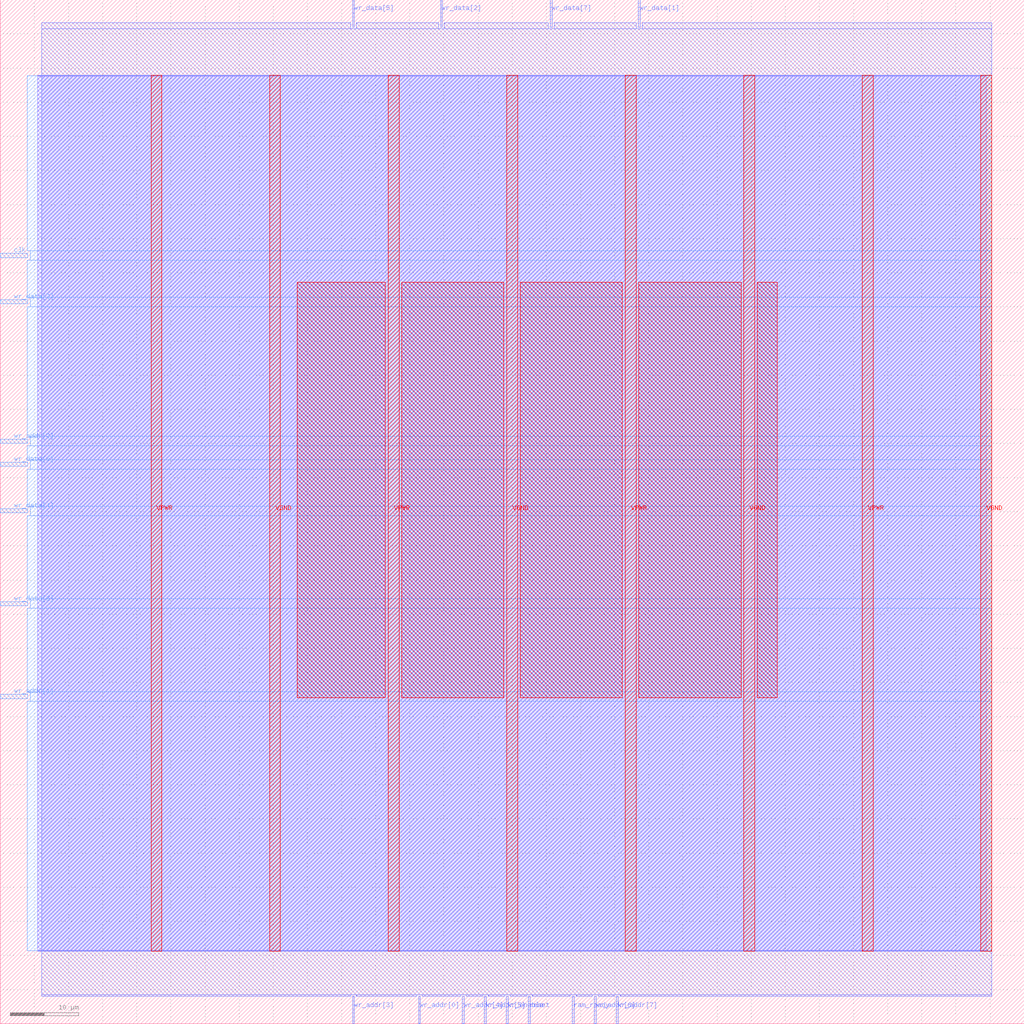
<source format=lef>
VERSION 5.7 ;
  NOWIREEXTENSIONATPIN ON ;
  DIVIDERCHAR "/" ;
  BUSBITCHARS "[]" ;
MACRO s_box_maker
  CLASS BLOCK ;
  FOREIGN s_box_maker ;
  ORIGIN 0.000 0.000 ;
  SIZE 150.000 BY 150.000 ;
  PIN VGND
    DIRECTION INOUT ;
    USE GROUND ;
    PORT
      LAYER met4 ;
        RECT 39.450 10.640 41.050 138.960 ;
    END
    PORT
      LAYER met4 ;
        RECT 74.180 10.640 75.780 138.960 ;
    END
    PORT
      LAYER met4 ;
        RECT 108.910 10.640 110.510 138.960 ;
    END
    PORT
      LAYER met4 ;
        RECT 143.640 10.640 145.240 138.960 ;
    END
  END VGND
  PIN VPWR
    DIRECTION INOUT ;
    USE POWER ;
    PORT
      LAYER met4 ;
        RECT 22.085 10.640 23.685 138.960 ;
    END
    PORT
      LAYER met4 ;
        RECT 56.815 10.640 58.415 138.960 ;
    END
    PORT
      LAYER met4 ;
        RECT 91.545 10.640 93.145 138.960 ;
    END
    PORT
      LAYER met4 ;
        RECT 126.275 10.640 127.875 138.960 ;
    END
  END VPWR
  PIN clk
    DIRECTION INPUT ;
    USE SIGNAL ;
    ANTENNAGATEAREA 0.196500 ;
    PORT
      LAYER met3 ;
        RECT 0.000 112.240 4.000 112.840 ;
    END
  END clk
  PIN ram_ready
    DIRECTION OUTPUT TRISTATE ;
    USE SIGNAL ;
    ANTENNADIFFAREA 0.795200 ;
    PORT
      LAYER met2 ;
        RECT 83.810 0.000 84.090 4.000 ;
    END
  END ram_ready
  PIN reset
    DIRECTION INPUT ;
    USE SIGNAL ;
    ANTENNAGATEAREA 0.213000 ;
    PORT
      LAYER met2 ;
        RECT 77.370 0.000 77.650 4.000 ;
    END
  END reset
  PIN wr_addr[0]
    DIRECTION OUTPUT TRISTATE ;
    USE SIGNAL ;
    ANTENNADIFFAREA 0.795200 ;
    PORT
      LAYER met2 ;
        RECT 61.270 0.000 61.550 4.000 ;
    END
  END wr_addr[0]
  PIN wr_addr[1]
    DIRECTION OUTPUT TRISTATE ;
    USE SIGNAL ;
    ANTENNADIFFAREA 0.795200 ;
    PORT
      LAYER met3 ;
        RECT 0.000 47.640 4.000 48.240 ;
    END
  END wr_addr[1]
  PIN wr_addr[2]
    DIRECTION OUTPUT TRISTATE ;
    USE SIGNAL ;
    ANTENNADIFFAREA 0.795200 ;
    PORT
      LAYER met3 ;
        RECT 0.000 85.040 4.000 85.640 ;
    END
  END wr_addr[2]
  PIN wr_addr[3]
    DIRECTION OUTPUT TRISTATE ;
    USE SIGNAL ;
    ANTENNADIFFAREA 0.795200 ;
    PORT
      LAYER met2 ;
        RECT 51.610 0.000 51.890 4.000 ;
    END
  END wr_addr[3]
  PIN wr_addr[4]
    DIRECTION OUTPUT TRISTATE ;
    USE SIGNAL ;
    ANTENNADIFFAREA 0.795200 ;
    PORT
      LAYER met2 ;
        RECT 67.710 0.000 67.990 4.000 ;
    END
  END wr_addr[4]
  PIN wr_addr[5]
    DIRECTION OUTPUT TRISTATE ;
    USE SIGNAL ;
    ANTENNADIFFAREA 0.795200 ;
    PORT
      LAYER met2 ;
        RECT 70.930 0.000 71.210 4.000 ;
    END
  END wr_addr[5]
  PIN wr_addr[6]
    DIRECTION OUTPUT TRISTATE ;
    USE SIGNAL ;
    ANTENNADIFFAREA 0.795200 ;
    PORT
      LAYER met2 ;
        RECT 87.030 0.000 87.310 4.000 ;
    END
  END wr_addr[6]
  PIN wr_addr[7]
    DIRECTION OUTPUT TRISTATE ;
    USE SIGNAL ;
    ANTENNADIFFAREA 0.795200 ;
    PORT
      LAYER met2 ;
        RECT 90.250 0.000 90.530 4.000 ;
    END
  END wr_addr[7]
  PIN wr_data[0]
    DIRECTION OUTPUT TRISTATE ;
    USE SIGNAL ;
    ANTENNADIFFAREA 0.795200 ;
    PORT
      LAYER met3 ;
        RECT 0.000 81.640 4.000 82.240 ;
    END
  END wr_data[0]
  PIN wr_data[1]
    DIRECTION OUTPUT TRISTATE ;
    USE SIGNAL ;
    ANTENNADIFFAREA 0.795200 ;
    PORT
      LAYER met2 ;
        RECT 93.470 146.000 93.750 150.000 ;
    END
  END wr_data[1]
  PIN wr_data[2]
    DIRECTION OUTPUT TRISTATE ;
    USE SIGNAL ;
    ANTENNADIFFAREA 0.795200 ;
    PORT
      LAYER met2 ;
        RECT 64.490 146.000 64.770 150.000 ;
    END
  END wr_data[2]
  PIN wr_data[3]
    DIRECTION OUTPUT TRISTATE ;
    USE SIGNAL ;
    ANTENNADIFFAREA 0.795200 ;
    PORT
      LAYER met3 ;
        RECT 0.000 105.440 4.000 106.040 ;
    END
  END wr_data[3]
  PIN wr_data[4]
    DIRECTION OUTPUT TRISTATE ;
    USE SIGNAL ;
    ANTENNADIFFAREA 0.795200 ;
    PORT
      LAYER met3 ;
        RECT 0.000 74.840 4.000 75.440 ;
    END
  END wr_data[4]
  PIN wr_data[5]
    DIRECTION OUTPUT TRISTATE ;
    USE SIGNAL ;
    ANTENNADIFFAREA 0.795200 ;
    PORT
      LAYER met2 ;
        RECT 51.610 146.000 51.890 150.000 ;
    END
  END wr_data[5]
  PIN wr_data[6]
    DIRECTION OUTPUT TRISTATE ;
    USE SIGNAL ;
    ANTENNADIFFAREA 0.795200 ;
    PORT
      LAYER met3 ;
        RECT 0.000 61.240 4.000 61.840 ;
    END
  END wr_data[6]
  PIN wr_data[7]
    DIRECTION OUTPUT TRISTATE ;
    USE SIGNAL ;
    ANTENNADIFFAREA 0.795200 ;
    PORT
      LAYER met2 ;
        RECT 80.590 146.000 80.870 150.000 ;
    END
  END wr_data[7]
  PIN wr_enable
    DIRECTION OUTPUT TRISTATE ;
    USE SIGNAL ;
    ANTENNADIFFAREA 0.795200 ;
    PORT
      LAYER met2 ;
        RECT 74.150 0.000 74.430 4.000 ;
    END
  END wr_enable
  OBS
      LAYER li1 ;
        RECT 5.520 10.795 144.440 138.805 ;
      LAYER met1 ;
        RECT 5.520 10.640 145.240 138.960 ;
      LAYER met2 ;
        RECT 6.070 145.720 51.330 146.610 ;
        RECT 52.170 145.720 64.210 146.610 ;
        RECT 65.050 145.720 80.310 146.610 ;
        RECT 81.150 145.720 93.190 146.610 ;
        RECT 94.030 145.720 145.210 146.610 ;
        RECT 6.070 4.280 145.210 145.720 ;
        RECT 6.070 4.000 51.330 4.280 ;
        RECT 52.170 4.000 60.990 4.280 ;
        RECT 61.830 4.000 67.430 4.280 ;
        RECT 68.270 4.000 70.650 4.280 ;
        RECT 71.490 4.000 73.870 4.280 ;
        RECT 74.710 4.000 77.090 4.280 ;
        RECT 77.930 4.000 83.530 4.280 ;
        RECT 84.370 4.000 86.750 4.280 ;
        RECT 87.590 4.000 89.970 4.280 ;
        RECT 90.810 4.000 145.210 4.280 ;
      LAYER met3 ;
        RECT 3.990 113.240 145.230 138.885 ;
        RECT 4.400 111.840 145.230 113.240 ;
        RECT 3.990 106.440 145.230 111.840 ;
        RECT 4.400 105.040 145.230 106.440 ;
        RECT 3.990 86.040 145.230 105.040 ;
        RECT 4.400 84.640 145.230 86.040 ;
        RECT 3.990 82.640 145.230 84.640 ;
        RECT 4.400 81.240 145.230 82.640 ;
        RECT 3.990 75.840 145.230 81.240 ;
        RECT 4.400 74.440 145.230 75.840 ;
        RECT 3.990 62.240 145.230 74.440 ;
        RECT 4.400 60.840 145.230 62.240 ;
        RECT 3.990 48.640 145.230 60.840 ;
        RECT 4.400 47.240 145.230 48.640 ;
        RECT 3.990 10.715 145.230 47.240 ;
      LAYER met4 ;
        RECT 43.535 47.775 56.415 108.625 ;
        RECT 58.815 47.775 73.780 108.625 ;
        RECT 76.180 47.775 91.145 108.625 ;
        RECT 93.545 47.775 108.510 108.625 ;
        RECT 110.910 47.775 113.785 108.625 ;
  END
END s_box_maker
END LIBRARY


</source>
